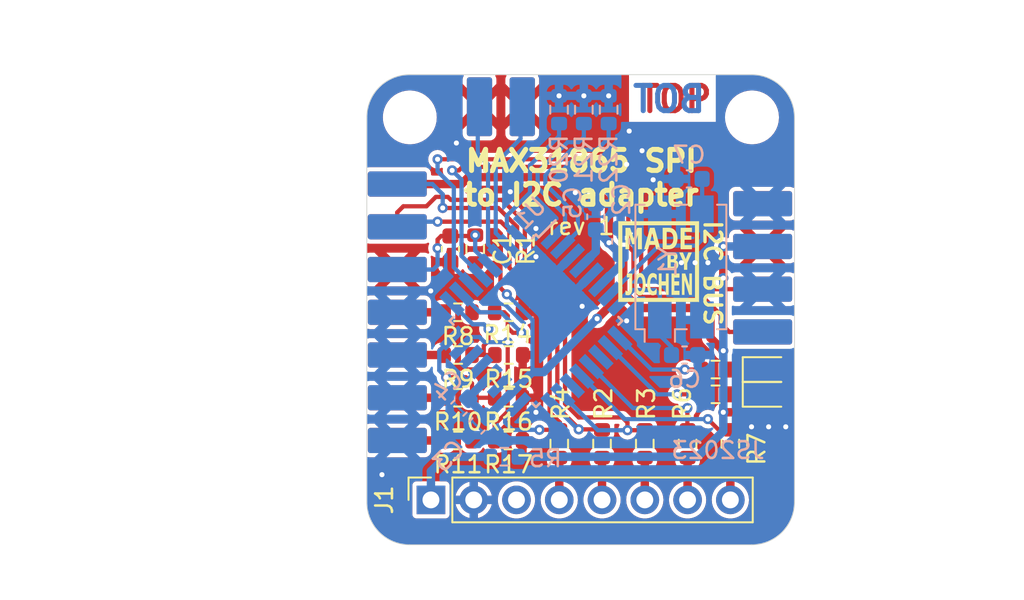
<source format=kicad_pcb>
(kicad_pcb (version 20221018) (generator pcbnew)
  (title_block (title "MAX31865 SPI to I2C bridge") (rev "2") (comment 4 "AISLER Project ID: IYFKSMYY"))
  (layers (0 "F.Cu" signal) (31 "B.Cu" signal) (34 "B.Paste" user) (35 "F.Paste" user) (36 "B.SilkS" user "B.Silkscreen") (37 "F.SilkS" user "F.Silkscreen") (38 "B.Mask" user) (39 "F.Mask" user) (44 "Edge.Cuts" user))
  (property "REVISION" "1")
  (net 0 "")
  (net 1 "GND")
  (net 2 "/VIN")
  (net 3 "/3V3")
  (net 4 "/CLK")
  (net 5 "/SDO")
  (net 6 "/SDI")
  (net 7 "/CS")
  (net 8 "/DRDY")
  (net 9 "Net-(J4-Pin_1)")
  (net 10 "+5V")
  (net 11 "Net-(J4-Pin_3)")
  (net 12 "Net-(J4-Pin_5)")
  (net 13 "Net-(J4-Pin_7)")
  (net 14 "/M_CS")
  (net 15 "/M_DRDY")
  (net 18 "/MISO")
  (net 19 "/SCK")
  (net 20 "/MOSI")
  (net 21 "/~{RESET}")
  (net 22 "/SCL")
  (net 23 "/SDA")
  (net 24 "/SS")
  (net 25 "/RXD")
  (net 26 "/TXD")
  (net 27 "Net-(U1-XTAL1{slash}PB6)")
  (net 28 "Net-(U1-XTAL2{slash}PB7)")
  (net 31 "/GPIO0")
  (net 32 "/GPIO1")
  (net 33 "/GPIO2")
  (net 34 "/GPIO3")
  (net 36 "Net-(D1-K)")
  (net 37 "Net-(D2-K)")
  (net 38 "/LED0")
  (net 39 "/LED1")
  (net 40 "/ADDR0")
  (net 41 "/ADDR1")
  (net 42 "/ADDR2")
  (footprint "LED_SMD:LED_0603_1608Metric" (layer "F.Cu") (at 159.6136 108.5596)
    (fp_text reference "D1" hide)
    (fp_text value "LED yl")
    (pad "1" smd roundrect (at -0.7875 0) (size 0.875 0.95) (layers "F.Cu" "F.Paste" "F.Mask") (net 36 "Net-(D1-K)"))
    (pad "2" smd roundrect (at 0.7875 0) (size 0.875 0.95) (layers "F.Cu" "F.Paste" "F.Mask") (net 10 "+5V"))
  )
  (footprint "Resistor_SMD:R_0603_1608Metric" (layer "F.Cu") (at 141.224 110.236 180)
    (fp_text reference "R10" (at 0 -1.43) (layer "F.SilkS"))
    (fp_text value "0")
    (pad "1" smd roundrect (at -0.825 0 180) (size 0.8 0.95) (layers "F.Cu" "F.Paste" "F.Mask") (net 32 "/GPIO1"))
    (pad "2" smd roundrect (at 0.825 0 180) (size 0.8 0.95) (layers "F.Cu" "F.Paste" "F.Mask") (net 11 "Net-(J4-Pin_3)"))
  )
  (footprint "Resistor_SMD:R_0603_1608Metric" (layer "F.Cu") (at 142.24 101.3968 90)
    (fp_text reference "R1" (at 0 3.0124 90) (layer "F.SilkS"))
    (fp_text value "10k")
    (pad "1" smd roundrect (at -0.825 0 90) (size 0.8 0.95) (layers "F.Cu" "F.Paste" "F.Mask") (net 10 "+5V"))
    (pad "2" smd roundrect (at 0.825 0 90) (size 0.8 0.95) (layers "F.Cu" "F.Paste" "F.Mask") (net 21 "/~{RESET}"))
  )
  (footprint "Resistor_SMD:R_0603_1608Metric" (layer "F.Cu") (at 154.8511 112.967 -90)
    (fp_text reference "R6" (at -2.3754 0.3175 90) (layer "F.SilkS"))
    (fp_text value "0")
    (pad "1" smd roundrect (at -0.825 0 270) (size 0.8 0.95) (layers "F.Cu" "F.Paste" "F.Mask") (net 14 "/M_CS"))
    (pad "2" smd roundrect (at 0.825 0 270) (size 0.8 0.95) (layers "F.Cu" "F.Paste" "F.Mask") (net 7 "/CS"))
  )
  (footprint "Resistor_SMD:R_0603_1608Metric" (layer "F.Cu") (at 147.2311 112.967 -90)
    (fp_text reference "R4" (at -2.3754 -0.0889 90) (layer "F.SilkS"))
    (fp_text value "0")
    (pad "1" smd roundrect (at -0.825 0 270) (size 0.8 0.95) (layers "F.Cu" "F.Paste" "F.Mask") (net 19 "/SCK"))
    (pad "2" smd roundrect (at 0.825 0 270) (size 0.8 0.95) (layers "F.Cu" "F.Paste" "F.Mask") (net 4 "/CLK"))
  )
  (footprint "PinHeaderEdgeMount:PinHeader_2x03_P2.54mm_Edge" (layer "F.Cu") (at 135.7114 100.076)
    (fp_text reference "J2" hide)
    (fp_text value "AVR-ISP-6" hide)
    (pad "1" smd roundrect (at 1.9 -2.54) (size 3.5 1.5) (layers "B.Cu" "B.Paste" "B.Mask") (roundrect_rratio 0.1) (net 18 "/MISO"))
    (pad "2" smd roundrect (at 1.9 -2.54) (size 3.5 1.5) (layers "F.Cu" "F.Paste" "F.Mask") (roundrect_rratio 0.1) (net 10 "+5V"))
    (pad "3" smd roundrect (at 1.9 0) (size 3.5 1.5) (layers "B.Cu" "B.Paste" "B.Mask") (roundrect_rratio 0.1) (net 19 "/SCK"))
    (pad "4" smd roundrect (at 1.9 0) (size 3.5 1.5) (layers "F.Cu" "F.Paste" "F.Mask") (roundrect_rratio 0.1) (net 20 "/MOSI"))
    (pad "5" smd roundrect (at 1.9 2.54) (size 3.5 1.5) (layers "B.Cu" "B.Paste" "B.Mask") (roundrect_rratio 0.1) (net 21 "/~{RESET}"))
    (pad "6" smd roundrect (at 1.9 2.54) (size 3.5 1.5) (layers "F.Cu" "F.Paste" "F.Mask") (roundrect_rratio 0.1) (net 1 "GND"))
  )
  (footprint "Resistor_SMD:R_0603_1608Metric" (layer "F.Cu") (at 141.224 112.776 180)
    (fp_text reference "R11" (at 0 -1.43) (layer "F.SilkS"))
    (fp_text value "0")
    (pad "1" smd roundrect (at -0.825 0 180) (size 0.8 0.95) (layers "F.Cu" "F.Paste" "F.Mask") (net 34 "/GPIO3"))
    (pad "2" smd roundrect (at 0.825 0 180) (size 0.8 0.95) (layers "F.Cu" "F.Paste" "F.Mask") (net 9 "Net-(J4-Pin_1)"))
  )
  (footprint "Connector_PinSocket_2.54mm:PinSocket_1x08_P2.54mm_Vertical" (layer "F.Cu") (at 139.6111 116.3066 90)
    (fp_text reference "J1" (at 0 -2.77 90) (layer "F.SilkS"))
    (fp_text value "Conn_01x08" hide)
    (pad "1" thru_hole rect locked (at 0 0 90) (size 1.7 1.7) (drill 1) (layers "*.Cu" "*.Mask") (net 2 "/VIN"))
    (pad "2" thru_hole oval locked (at 0 2.54 90) (size 1.7 1.7) (drill 1) (layers "*.Cu" "*.Mask") (net 1 "GND"))
    (pad "3" thru_hole oval locked (at 0 5.08 90) (size 1.7 1.7) (drill 1) (layers "*.Cu" "*.Mask") (net 3 "/3V3"))
    (pad "4" thru_hole oval locked (at 0 7.62 90) (size 1.7 1.7) (drill 1) (layers "*.Cu" "*.Mask") (net 4 "/CLK"))
    (pad "5" thru_hole oval locked (at 0 10.16 90) (size 1.7 1.7) (drill 1) (layers "*.Cu" "*.Mask") (net 5 "/SDO"))
    (pad "6" thru_hole oval locked (at 0 12.7 90) (size 1.7 1.7) (drill 1) (layers "*.Cu" "*.Mask") (net 6 "/SDI"))
    (pad "7" thru_hole oval locked (at 0 15.24 90) (size 1.7 1.7) (drill 1) (layers "*.Cu" "*.Mask") (net 7 "/CS"))
    (pad "8" thru_hole oval locked (at 0 17.78 90) (size 1.7 1.7) (drill 1) (layers "*.Cu" "*.Mask") (net 8 "/DRDY"))
  )
  (footprint "Resistor_SMD:R_0603_1608Metric" (layer "F.Cu") (at 152.3111 112.967 -90)
    (fp_text reference "R3" (at -2.3754 -0.0889 90) (layer "F.SilkS"))
    (fp_text value "0")
    (pad "1" smd roundrect (at -0.825 0 270) (size 0.8 0.95) (layers "F.Cu" "F.Paste" "F.Mask") (net 20 "/MOSI"))
    (pad "2" smd roundrect (at 0.825 0 270) (size 0.8 0.95) (layers "F.Cu" "F.Paste" "F.Mask") (net 6 "/SDI"))
  )
  (footprint "MountingHole:MountingHole_2.7mm" (layer "F.Cu") (at 138.3571 93.5736)
    (fp_text reference "H2" hide)
    (fp_text value "MountingHole" hide)
    (pad "" np_thru_hole circle locked (at 0 0) (size 2.7 2.7) (drill 2.7) (layers "*.Cu" "*.Mask"))
  )
  (footprint "Resistor_SMD:R_0603_1608Metric" (layer "F.Cu") (at 144.2212 112.776 180)
    (fp_text reference "R17" (at 0 -1.43) (layer "F.SilkS"))
    (fp_text value "~")
    (pad "1" smd roundrect (at -0.825 0 180) (size 0.8 0.95) (layers "F.Cu" "F.Paste" "F.Mask") (net 1 "GND"))
    (pad "2" smd roundrect (at 0.825 0 180) (size 0.8 0.95) (layers "F.Cu" "F.Paste" "F.Mask") (net 34 "/GPIO3"))
  )
  (footprint "MountingHole:MountingHole_2.7mm" (layer "F.Cu") (at 158.6771 93.5736)
    (fp_text reference "H1" hide)
    (fp_text value "MountingHole" hide)
    (pad "" np_thru_hole circle locked (at 0 0) (size 2.7 2.7) (drill 2.7) (layers "*.Cu" "*.Mask"))
  )
  (footprint "Resistor_SMD:R_0603_1608Metric" (layer "F.Cu") (at 156.5148 108.5596 180)
    (fp_text reference "R13" hide)
    (fp_text value "2k2")
    (pad "1" smd roundrect (at -0.825 0 180) (size 0.8 0.95) (layers "F.Cu" "F.Paste" "F.Mask") (net 36 "Net-(D1-K)"))
    (pad "2" smd roundrect (at 0.825 0 180) (size 0.8 0.95) (layers "F.Cu" "F.Paste" "F.Mask") (net 38 "/LED0"))
  )
  (footprint "Capacitor_SMD:C_0603_1608Metric" (layer "F.Cu") (at 140.7668 101.3968 -90)
    (fp_text reference "C1" (at 0 -3.0988 90) (layer "F.SilkS"))
    (fp_text value "100n")
    (pad "1" smd roundrect (at -0.775 0 270) (size 0.9 0.95) (layers "F.Cu" "F.Paste" "F.Mask") (net 21 "/~{RESET}"))
    (pad "2" smd roundrect (at 0.775 0 270) (size 0.9 0.95) (layers "F.Cu" "F.Paste" "F.Mask") (net 1 "GND"))
  )
  (footprint "Resistor_SMD:R_0603_1608Metric" (layer "F.Cu") (at 144.2334 107.696 180)
    (fp_text reference "R15" (at 0 -1.43) (layer "F.SilkS"))
    (fp_text value "~")
    (pad "1" smd roundrect (at -0.825 0 180) (size 0.8 0.95) (layers "F.Cu" "F.Paste" "F.Mask") (net 1 "GND"))
    (pad "2" smd roundrect (at 0.825 0 180) (size 0.8 0.95) (layers "F.Cu" "F.Paste" "F.Mask") (net 33 "/GPIO2"))
  )
  (footprint "Resistor_SMD:R_0603_1608Metric" (layer "F.Cu") (at 144.2212 105.156 180)
    (fp_text reference "R14" (at 0.0508 -1.3208) (layer "F.SilkS"))
    (fp_text value "~")
    (pad "1" smd roundrect (at -0.825 0 180) (size 0.8 0.95) (layers "F.Cu" "F.Paste" "F.Mask") (net 1 "GND"))
    (pad "2" smd roundrect (at 0.825 0 180) (size 0.8 0.95) (layers "F.Cu" "F.Paste" "F.Mask") (net 31 "/GPIO0"))
  )
  (footprint "MadeByJochen:MadeByJochen_5x5" (layer "F.Cu") (at 153.162 102.2096)
    (fp_text reference "G***" hide)
    (fp_text value "LOGO" hide)
  )
  (footprint "LED_SMD:LED_0603_1608Metric" (layer "F.Cu") (at 159.6136 110.0328)
    (fp_text reference "D2" hide)
    (fp_text value "LED gn")
    (pad "1" smd roundrect (at -0.7875 0) (size 0.875 0.95) (layers "F.Cu" "F.Paste" "F.Mask") (net 37 "Net-(D2-K)"))
    (pad "2" smd roundrect (at 0.7875 0) (size 0.875 0.95) (layers "F.Cu" "F.Paste" "F.Mask") (net 10 "+5V"))
  )
  (footprint "Resistor_SMD:R_0603_1608Metric" (layer "F.Cu") (at 157.3911 112.967 -90)
    (fp_text reference "R7" (at 0.317 -1.5621 90) (layer "F.SilkS"))
    (fp_text value "0")
    (pad "1" smd roundrect (at -0.825 0 270) (size 0.8 0.95) (layers "F.Cu" "F.Paste" "F.Mask") (net 15 "/M_DRDY"))
    (pad "2" smd roundrect (at 0.825 0 270) (size 0.8 0.95) (layers "F.Cu" "F.Paste" "F.Mask") (net 8 "/DRDY"))
  )
  (footprint "Resistor_SMD:R_0603_1608Metric" (layer "F.Cu") (at 156.5148 110.0328 180)
    (fp_text reference "R12" hide)
    (fp_text value "2k2")
    (pad "1" smd roundrect (at -0.825 0 180) (size 0.8 0.95) (layers "F.Cu" "F.Paste" "F.Mask") (net 37 "Net-(D2-K)"))
    (pad "2" smd roundrect (at 0.825 0 180) (size 0.8 0.95) (layers "F.Cu" "F.Paste" "F.Mask") (net 39 "/LED1"))
  )
  (footprint "Resistor_SMD:R_0603_1608Metric" (layer "F.Cu") (at 149.7711 112.967 -90)
    (fp_text reference "R2" (at -2.3754 -0.0889 90) (layer "F.SilkS"))
    (fp_text value "0")
    (pad "1" smd roundrect (at -0.825 0 270) (size 0.8 0.95) (layers "F.Cu" "F.Paste" "F.Mask") (net 18 "/MISO"))
    (pad "2" smd roundrect (at 0.825 0 270) (size 0.8 0.95) (layers "F.Cu" "F.Paste" "F.Mask") (net 5 "/SDO"))
  )
  (footprint "Resistor_SMD:R_0603_1608Metric" (layer "F.Cu") (at 141.224 107.696 180)
    (fp_text reference "R9" (at 0 -1.43) (layer "F.SilkS"))
    (fp_text value "0")
    (pad "1" smd roundrect (at -0.825 0 180) (size 0.8 0.95) (layers "F.Cu" "F.Paste" "F.Mask") (net 33 "/GPIO2"))
    (pad "2" smd roundrect (at 0.825 0 180) (size 0.8 0.95) (layers "F.Cu" "F.Paste" "F.Mask") (net 12 "Net-(J4-Pin_5)"))
  )
  (footprint "Resistor_SMD:R_0603_1608Metric" (layer "F.Cu") (at 141.224 105.156 180)
    (fp_text reference "R8" (at 0 -1.43) (layer "F.SilkS"))
    (fp_text value "0")
    (pad "1" smd roundrect (at -0.825 0 180) (size 0.8 0.95) (layers "F.Cu" "F.Paste" "F.Mask") (net 31 "/GPIO0"))
    (pad "2" smd roundrect (at 0.825 0 180) (size 0.8 0.95) (layers "F.Cu" "F.Paste" "F.Mask") (net 13 "Net-(J4-Pin_7)"))
  )
  (footprint "PinHeaderEdgeMount:PinHeader_2x04_P2.54mm_Edge" (layer "F.Cu") (at 161.2146 102.5144 180)
    (fp_text reference "J3" hide)
    (fp_text value "Conn_02x04_Odd_Even" hide)
    (pad "1" smd roundrect (at 1.905 -3.81 180) (size 3.5 1.5) (layers "B.Cu" "B.Paste" "B.Mask") (roundrect_rratio 0.1))
    (pad "2" smd roundrect (at 1.905 -3.81 180) (size 3.5 1.5) (layers "F.Cu" "F.Paste" "F.Mask") (roundrect_rratio 0.1) (net 22 "/SCL"))
    (pad "3" smd roundrect (at 1.905 -1.27 180) (size 3.5 1.5) (layers "B.Cu" "B.Paste" "B.Mask") (roundrect_rratio 0.1) (net 1 "GND"))
    (pad "4" smd roundrect (at 1.905 -1.27 180) (size 3.5 1.5) (layers "F.Cu" "F.Paste" "F.Mask") (roundrect_rratio 0.1) (net 23 "/SDA"))
    (pad "5" smd roundrect (at 1.905 1.27 180) (size 3.5 1.5) (layers "B.Cu" "B.Paste" "B.Mask") (roundrect_rratio 0.1) (net 10 "+5V"))
    (pad "6" smd roundrect (at 1.905 1.27 180) (size 3.5 1.5) (layers "F.Cu" "F.Paste" "F.Mask") (roundrect_rratio 0.1) (net 1 "GND"))
    (pad "7" smd roundrect (at 1.905 3.81 180) (size 3.5 1.5) (layers "B.Cu" "B.Paste" "B.Mask") (roundrect_rratio 0.1) (net 1 "GND"))
    (pad "8" smd roundrect (at 1.905 3.81 180) (size 3.5 1.5) (layers "F.Cu" "F.Paste" "F.Mask") (roundrect_rratio 0.1))
  )
  (footprint "PinHeaderEdgeMount:PinHeader_2x02_P2.54mm_Edge" (layer "F.Cu") (at 143.764 91.0336 -90)
    (fp_text reference "J5" hide)
    (fp_text value "Conn_02x02_Odd_Even" hide)
    (pad "1" smd roundrect (at 1.905 -1.27 270) (size 3.5 1.5) (layers "B.Cu" "B.Paste" "B.Mask") (roundrect_rratio 0.1) (net 26 "/TXD"))
    (pad "2" smd roundrect (at 1.905 -1.27 270) (size 3.5 1.5) (layers "F.Cu" "F.Paste" "F.Mask") (roundrect_rratio 0.1) (net 1 "GND"))
    (pad "3" smd roundrect (at 1.905 1.27 270) (size 3.5 1.5) (layers "B.Cu" "B.Paste" "B.Mask") (roundrect_rratio 0.1) (net 25 "/RXD"))
    (pad "4" smd roundrect (at 1.905 1.27 270) (size 3.5 1.5) (layers "F.Cu" "F.Paste" "F.Mask") (roundrect_rratio 0.1) (net 1 "GND"))
  )
  (footprint "Resistor_SMD:R_0603_1608Metric" (layer "F.Cu") (at 144.2212 110.236 180)
    (fp_text reference "R16" (at 0 -1.43) (layer "F.SilkS"))
    (fp_text value "~")
    (pad "1" smd roundrect (at -0.825 0 180) (size 0.8 0.95) (layers "F.Cu" "F.Paste" "F.Mask") (net 1 "GND"))
    (pad "2" smd roundrect (at 0.825 0 180) (size 0.8 0.95) (layers "F.Cu" "F.Paste" "F.Mask") (net 32 "/GPIO1"))
  )
  (footprint "Capacitor_SMD:C_0603_1608Metric" (layer "B.Cu") (at 154.673 107.696)
    (fp_text reference "C6" (at 0 1.43) (layer "B.SilkS") (effects (justify mirror)))
    (fp_text value "22p")
    (pad "1" smd roundrect (at -0.775 0) (size 0.9 0.95) (layers "B.Cu" "B.Paste" "B.Mask") (net 28 "Net-(U1-XTAL2{slash}PB7)"))
    (pad "2" smd roundrect (at 0.775 0) (size 0.9 0.95) (layers "B.Cu" "B.Paste" "B.Mask") (net 1 "GND"))
  )
  (footprint "Capacitor_SMD:C_0603_1608Metric" (layer "B.Cu") (at 142.3416 111.9124 -135)
    (fp_text reference "C3" (at 2.44263 -0.071842 45) (layer "B.SilkS") (effects (justify mirror)))
    (fp_text value "100n")
    (pad "1" smd roundrect (at -0.775 0 225) (size 0.9 0.95) (layers "B.Cu" "B.Paste" "B.Mask") (net 10 "+5V"))
    (pad "2" smd roundrect (at 0.775 0 225) (size 0.9 0.95) (layers "B.Cu" "B.Paste" "B.Mask") (net 1 "GND"))
  )
  (footprint "Resistor_SMD:R_0603_1608Metric" (layer "B.Cu") (at 147.2184 93.1164 -90)
    (fp_text reference "R20" (at 2.9464 0 90) (layer "B.SilkS") (effects (justify mirror)))
    (fp_text value "~")
    (pad "1" smd roundrect (at -0.825 0 270) (size 0.8 0.95) (layers "B.Cu" "B.Paste" "B.Mask") (net 1 "GND"))
    (pad "2" smd roundrect (at 0.825 0 270) (size 0.8 0.95) (layers "B.Cu" "B.Paste" "B.Mask") (net 40 "/ADDR0"))
  )
  (footprint "Capacitor_SMD:C_0603_1608Metric" (layer "B.Cu") (at 154.94 97.2312 180)
    (fp_text reference "C7" (at 0 1.43) (layer "B.SilkS") (effects (justify mirror)))
    (fp_text value "22p")
    (pad "1" smd roundrect (at -0.775 0 180) (size 0.9 0.95) (layers "B.Cu" "B.Paste" "B.Mask") (net 27 "Net-(U1-XTAL1{slash}PB6)"))
    (pad "2" smd roundrect (at 0.775 0 180) (size 0.9 0.95) (layers "B.Cu" "B.Paste" "B.Mask") (net 1 "GND"))
  )
  (footprint "Capacitor_SMD:C_0603_1608Metric" (layer "B.Cu") (at 141.2748 110.8456 -135)
    (fp_text reference "C4" (at -0.466973 1.40092 45) (layer "B.SilkS") (effects (justify mirror)))
    (fp_text value "100n")
    (pad "1" smd roundrect (at -0.775 0 225) (size 0.9 0.95) (layers "B.Cu" "B.Paste" "B.Mask") (net 10 "+5V"))
    (pad "2" smd roundrect (at 0.775 0 225) (size 0.9 0.95) (layers "B.Cu" "B.Paste" "B.Mask") (net 1 "GND"))
  )
  (footprint "Package_QFP:TQFP-32_7x7mm_P0.8mm" (layer "B.Cu") (at 145.8468 105.664 -135)
    (fp_text reference "U1" (at -4.274602 4.777496 -315) (layer "B.SilkS") (effects (justify mirror)))
    (fp_text value "ATmega48A-A")
    (pad "1" smd rect (at -4.25 2.8 225) (size 1.6 0.55) (layers "B.Cu" "B.Paste" "B.Mask") (net 41 "/ADDR1"))
    (pad "2" smd rect (at -4.25 2 225) (size 1.6 0.55) (layers "B.Cu" "B.Paste" "B.Mask") (net 42 "/ADDR2"))
    (pad "3" smd rect (at -4.25 1.2 225) (size 1.6 0.55) (layers "B.Cu" "B.Paste" "B.Mask") (net 1 "GND"))
    (pad "4" smd rect (at -4.25 0.4 225) (size 1.6 0.55) (layers "B.Cu" "B.Paste" "B.Mask") (net 10 "+5V"))
    (pad "5" smd rect (at -4.25 -0.4 225) (size 1.6 0.55) (layers "B.Cu" "B.Paste" "B.Mask") (net 1 "GND"))
    (pad "6" smd rect (at -4.25 -1.2 225) (size 1.6 0.55) (layers "B.Cu" "B.Paste" "B.Mask") (net 10 "+5V"))
    (pad "7" smd rect (at -4.25 -2 225) (size 1.6 0.55) (layers "B.Cu" "B.Paste" "B.Mask") (net 27 "Net-(U1-XTAL1{slash}PB6)"))
    (pad "8" smd rect (at -4.25 -2.8 225) (size 1.6 0.55) (layers "B.Cu" "B.Paste" "B.Mask") (net 28 "Net-(U1-XTAL2{slash}PB7)"))
    (pad "9" smd rect (at -2.8 -4.25 135) (size 1.6 0.55) (layers "B.Cu" "B.Paste" "B.Mask") (net 38 "/LED0"))
    (pad "10" smd rect (at -2 -4.25 135) (size 1.6 0.55) (layers "B.Cu" "B.Paste" "B.Mask") (net 39 "/LED1"))
    (pad "11" smd rect (at -1.2 -4.25 135) (size 1.6 0.55) (layers "B.Cu" "B.Paste" "B.Mask"))
    (pad "12" smd rect (at -0.4 -4.25 135) (size 1.6 0.55) (layers "B.Cu" "B.Paste" "B.Mask") (net 14 "/M_CS"))
    (pad "13" smd rect (at 0.4 -4.25 135) (size 1.6 0.55) (layers "B.Cu" "B.Paste" "B.Mask") (net 15 "/M_DRDY"))
    (pad "14" smd rect (at 1.2 -4.25 135) (size 1.6 0.55) (layers "B.Cu" "B.Paste" "B.Mask") (net 24 "/SS"))
    (pad "15" smd rect (at 2 -4.25 135) (size 1.6 0.55) (layers "B.Cu" "B.Paste" "B.Mask") (net 20 "/MOSI"))
    (pad "16" smd rect (at 2.8 -4.25 135) (size 1.6 0.55) (layers "B.Cu" "B.Paste" "B.Mask") (net 18 "/MISO"))
    (pad "17" smd rect (at 4.25 -2.8 225) (size 1.6 0.55) (layers "B.Cu" "B.Paste" "B.Mask") (net 19 "/SCK"))
    (pad "18" smd rect (at 4.25 -2 225) (size 1.6 0.55) (layers "B.Cu" "B.Paste" "B.Mask") (net 10 "+5V"))
    (pad "19" smd rect (at 4.25 -1.2 225) (size 1.6 0.55) (layers "B.Cu" "B.Paste" "B.Mask"))
    (pad "20" smd rect (at 4.25 -0.4 225) (size 1.6 0.55) (layers "B.Cu" "B.Paste" "B.Mask") (net 10 "+5V"))
    (pad "21" smd rect (at 4.25 0.4 225) (size 1.6 0.55) (layers "B.Cu" "B.Paste" "B.Mask") (net 1 "GND"))
    (pad "22" smd rect (at 4.25 1.2 225) (size 1.6 0.55) (layers "B.Cu" "B.Paste" "B.Mask"))
    (pad "23" smd rect (at 4.25 2 225) (size 1.6 0.55) (layers "B.Cu" "B.Paste" "B.Mask") (net 34 "/GPIO3"))
    (pad "24" smd rect (at 4.25 2.8 225) (size 1.6 0.55) (layers "B.Cu" "B.Paste" "B.Mask") (net 32 "/GPIO1"))
    (pad "25" smd rect (at 2.8 4.25 135) (size 1.6 0.55) (layers "B.Cu" "B.Paste" "B.Mask") (net 33 "/GPIO2"))
    (pad "26" smd rect (at 2 4.25 135) (size 1.6 0.55) (layers "B.Cu" "B.Paste" "B.Mask") (net 31 "/GPIO0"))
    (pad "27" smd rect (at 1.2 4.25 135) (size 1.6 0.55) (layers "B.Cu" "B.Paste" "B.Mask") (net 23 "/SDA"))
    (pad "28" smd rect (at 0.4 4.25 135) (size 1.6 0.55) (layers "B.Cu" "B.Paste" "B.Mask") (net 22 "/SCL"))
    (pad "29" smd rect (at -0.4 4.25 135) (size 1.6 0.55) (layers "B.Cu" "B.Paste" "B.Mask") (net 21 "/~{RESET}"))
    (pad "30" smd rect (at -1.2 4.25 135) (size 1.6 0.55) (layers "B.Cu" "B.Paste" "B.Mask") (net 25 "/RXD"))
    (pad "31" smd rect (at -2 4.25 135) (size 1.6 0.55) (layers "B.Cu" "B.Paste" "B.Mask") (net 26 "/TXD"))
    (pad "32" smd rect (at -2.8 4.25 135) (size 1.6 0.55) (layers "B.Cu" "B.Paste" "B.Mask") (net 40 "/ADDR0"))
  )
  (footprint "Resistor_SMD:R_0603_1608Metric" (layer "B.Cu") (at 143.9672 113.7412 180)
    (fp_text reference "R5" (at -2.4384 -0.1016) (layer "B.SilkS") (effects (justify mirror)))
    (fp_text value "0")
    (pad "1" smd roundrect (at -0.825 0 180) (size 0.8 0.95) (layers "B.Cu" "B.Paste" "B.Mask") (net 10 "+5V"))
    (pad "2" smd roundrect (at 0.825 0 180) (size 0.8 0.95) (layers "B.Cu" "B.Paste" "B.Mask") (net 2 "/VIN"))
  )
  (footprint "PinHeaderEdgeMount:PinHeader_2x04_P2.54mm_Edge" (layer "B.Cu") (at 135.7114 108.966)
    (fp_text reference "J4" hide)
    (fp_text value "Conn_02x04_Odd_Even" hide)
    (pad "1" smd roundrect (at 1.905 3.81) (size 3.5 1.5) (layers "F.Cu" "F.Paste" "F.Mask") (roundrect_rratio 0.1) (net 9 "Net-(J4-Pin_1)"))
    (pad "2" smd roundrect (at 1.905 3.81) (size 3.5 1.5) (layers "B.Cu" "B.Paste" "B.Mask") (roundrect_rratio 0.1) (net 1 "GND"))
    (pad "3" smd roundrect (at 1.905 1.27) (size 3.5 1.5) (layers "F.Cu" "F.Paste" "F.Mask") (roundrect_rratio 0.1) (net 11 "Net-(J4-Pin_3)"))
    (pad "4" smd roundrect (at 1.905 1.27) (size 3.5 1.5) (layers "B.Cu" "B.Paste" "B.Mask") (roundrect_rratio 0.1) (net 1 "GND"))
    (pad "5" smd roundrect (at 1.905 -1.27) (size 3.5 1.5) (layers "F.Cu" "F.Paste" "F.Mask") (roundrect_rratio 0.1) (net 12 "Net-(J4-Pin_5)"))
    (pad "6" smd roundrect (at 1.905 -1.27) (size 3.5 1.5) (layers "B.Cu" "B.Paste" "B.Mask") (roundrect_rratio 0.1) (net 1 "GND"))
    (pad "7" smd roundrect (at 1.905 -3.81) (size 3.5 1.5) (layers "F.Cu" "F.Paste" "F.Mask") (roundrect_rratio 0.1) (net 13 "Net-(J4-Pin_7)"))
    (pad "8" smd roundrect (at 1.905 -3.81) (size 3.5 1.5) (layers "B.Cu" "B.Paste" "B.Mask") (roundrect_rratio 0.1) (net 1 "GND"))
  )
  (footprint "Resistor_SMD:R_0603_1608Metric" (layer "B.Cu") (at 148.6916 93.1164 90)
    (fp_text reference "R21" (at -2.9464 0 90) (layer "B.SilkS") (effects (justify mirror)))
    (fp_text value "~")
    (pad "1" smd roundrect (at -0.825 0 90) (size 0.8 0.95) (layers "B.Cu" "B.Paste" "B.Mask") (net 41 "/ADDR1"))
    (pad "2" smd roundrect (at 0.825 0 90) (size 0.8 0.95) (layers "B.Cu" "B.Paste" "B.Mask") (net 1 "GND"))
  )
  (footprint "Crystal:Crystal_SMD_EuroQuartz_MQ-4Pin_7.0x5.0mm" (layer "B.Cu") (at 154.452 102.4632 90)
    (fp_text reference "Y1" (at 0.3044 -0.782 90) (layer "B.SilkS") (effects (justify mirror)))
    (fp_text value "16MHz")
    (pad "1" smd rect (at -3.15 -1.25 90) (size 2.2 1.4) (layers "B.Cu" "B.Paste" "B.Mask") (net 28 "Net-(U1-XTAL2{slash}PB7)"))
    (pad "2" smd rect (at 3.15 -1.25 90) (size 2.2 1.4) (layers "B.Cu" "B.Paste" "B.Mask") (net 1 "GND"))
    (pad "3" smd rect (at 3.15 1.25 90) (size 2.2 1.4) (layers "B.Cu" "B.Paste" "B.Mask") (net 27 "Net-(U1-XTAL1{slash}PB6)"))
    (pad "4" smd rect (at -3.15 1.25 90) (size 2.2 1.4) (layers "B.Cu" "B.Paste" "B.Mask") (net 1 "GND"))
  )
  (footprint "Capacitor_SMD:C_0603_1608Metric" (layer "B.Cu") (at 149.4028 99.4794 90)
    (fp_text reference "C5" (at 0.8258 -1.3716 90) (layer "B.SilkS") (effects (justify mirror)))
    (fp_text value "100n")
    (pad "1" smd roundrect (at -0.775 0 90) (size 0.9 0.95) (layers "B.Cu" "B.Paste" "B.Mask") (net 10 "+5V"))
    (pad "2" smd roundrect (at 0.775 0 90) (size 0.9 0.95) (layers "B.Cu" "B.Paste" "B.Mask") (net 1 "GND"))
  )
  (footprint "Capacitor_SMD:C_0603_1608Metric" (layer "B.Cu") (at 150.876 100.9396 90)
    (fp_text reference "C2" (at 2.4892 0.0508 90) (layer "B.SilkS") (effects (justify mirror)))
    (fp_text value "100n")
    (pad "1" smd roundrect (at -0.775 0 90) (size 0.9 0.95) (layers "B.Cu" "B.Paste" "B.Mask") (net 10 "+5V"))
    (pad "2" smd roundrect (at 0.775 0 90) (size 0.9 0.95) (layers "B.Cu" "B.Paste" "B.Mask") (net 1 "GND"))
  )
  (footprint "Resistor_SMD:R_0603_1608Metric" (layer "B.Cu") (at 150.1648 93.1164 90)
    (fp_text reference "R22" (at -2.9464 0 90) (layer "B.SilkS") (effects (justify mirror)))
    (fp_text value "~")
    (pad "1" smd roundrect (at -0.825 0 90) (size 0.8 0.95) (layers "B.Cu" "B.Paste" "B.Mask") (net 42 "/ADDR2"))
    (pad "2" smd roundrect (at 0.825 0 90) (size 0.8 0.95) (layers "B.Cu" "B.Paste" "B.Mask") (net 1 "GND"))
  )
  (gr_line (start 161.2011 116.4336) (end 161.2011 93.5736) (stroke (width 0.05)) (layer "Edge.Cuts"))
  (gr_arc (start 138.3411 118.9736) (mid 136.545049 118.229651) (end 135.8011 116.4336) (stroke (width 0.05)) (layer "Edge.Cuts"))
  (gr_line (start 135.8011 93.5736) (end 135.8011 116.4336) (stroke (width 0.05)) (layer "Edge.Cuts"))
  (gr_arc (start 158.6611 91.0336) (mid 160.457151 91.777549) (end 161.2011 93.5736) (stroke (width 0.05)) (layer "Edge.Cuts"))
  (gr_line (start 138.3411 118.9736) (end 158.6611 118.9736) (stroke (width 0.05)) (layer "Edge.Cuts"))
  (gr_line (start 158.6611 91.0336) (end 138.3411 91.0336) (stroke (width 0.05)) (layer "Edge.Cuts"))
  (gr_arc (start 135.8011 93.5736) (mid 136.545049 91.777549) (end 138.3411 91.0336) (stroke (width 0.05)) (layer "Edge.Cuts"))
  (gr_arc (start 161.2011 116.4336) (mid 160.457151 118.229651) (end 158.6611 118.9736) (stroke (width 0.05)) (layer "Edge.Cuts"))
  (gr_text "TOP" (at 151.8412 93.3704) (layer "F.Cu") (effects (font (size 1.5 1.5) (thickness 0.3) bold) (justify left bottom)))
  (gr_text "BOT" (at 156.0576 93.3704) (layer "B.Cu") (effects (font (size 1.5 1.5) (thickness 0.3) bold) (justify left bottom mirror)))
  (gr_text "JS2023" (at 159.512 113.9444) (layer "B.SilkS") (effects (font (size 1 1)) (justify left bottom mirror)))
  (gr_text "MAX31865 SPI\nto I2C adapter" (at 148.5392 98.9076) (layer "F.SilkS") (effects (font (size 1.25 1.25) (thickness 0.3) bold) (justify bottom)))
  (gr_text "I2C BUS" (at 155.7528 102.8192 270) (layer "F.SilkS") (effects (font (size 1 1) (thickness 0.2) bold) (justify bottom)))
  (gr_text "rev ${REVISION}" (at 146.4564 100.6348) (layer "F.SilkS") (effects (font (size 1 1)) (justify left bottom)))
  (via (at 145.8468 111.0996) (size 0.6) (drill 0.3) (layers "F.Cu" "B.Cu") (net 1))
  (via (at 152.146 95.5548) (size 0.6) (drill 0.3) (layers "F.Cu" "B.Cu") (net 1))
  (via (at 154.4828 102.2096) (size 0.6) (drill 0.3) (layers "F.Cu" "B.Cu") (net 1))
  (via (at 160.6804 111.9632) (size 0.6) (drill 0.3) (layers "F.Cu" "B.Cu") (net 1))
  (via (at 136.7028 114.808) (size 0.6) (drill 0.3) (layers "F.Cu" "B.Cu") (net 1))
  (via (at 145.8468 101.854) (size 0.6) (drill 0.3) (layers "F.Cu" "B.Cu") (net 1))
  (via (at 151.2316 96.3676) (size 0.6) (drill 0.3) (layers "F.Cu" "B.Cu") (net 1))
  (via (at 156.0576 102.2096) (size 0.6) (drill 0.3) (layers "F.Cu" "B.Cu") (net 1))
  (via (at 139.5984 103.886) (size 0.6) (drill 0.3) (layers "F.Cu" "B.Cu") (net 1))
  (via (at 148.6916 92.2914) (size 0.6) (drill 0.3) (layers "F.Cu" "B.Cu") (net 1))
  (via (at 155.2956 102.2096) (size 0.6) (drill 0.3) (layers "F.Cu" "B.Cu") (net 1))
  (via (at 147.2184 92.2914) (size 0.6) (drill 0.3) (layers "F.Cu" "B.Cu") (net 1))
  (via (at 158.6484 111.9632) (size 0.6) (drill 0.3) (layers "F.Cu" "B.Cu") (net 1))
  (via (at 148.1836 98.044) (size 0.6) (drill 0.3) (layers "F.Cu" "B.Cu") (net 1))
  (via (at 145.8468 100.1776) (size 0.6) (drill 0.3) (layers "F.Cu" "B.Cu") (net 1))
  (via (at 151.384 94.3864) (size 0.6) (drill 0.3) (layers "F.Cu" "B.Cu") (net 1))
  (via (at 144.3228 97.9932) (size 0.6) (drill 0.3) (layers "F.Cu" "B.Cu") (net 1))
  (via (at 141.1224 95.0976) (size 0.6) (drill 0.3) (layers "F.Cu" "B.Cu") (net 1))
  (via (at 148.59 104.8004) (size 0.6) (drill 0.3) (layers "F.Cu" "B.Cu") (net 1))
  (via (at 151.2316 105.664) (size 0.6) (drill 0.3) (layers "F.Cu" "B.Cu") (net 1))
  (via (at 150.1648 92.2914) (size 0.6) (drill 0.3) (layers "F.Cu" "B.Cu") (net 1))
  (via (at 152.8064 97.282) (size 0.6) (drill 0.3) (layers "F.Cu" "B.Cu") (net 1))
  (via (at 159.6644 111.9632) (size 0.6) (drill 0.3) (layers "F.Cu" "B.Cu") (net 1))
  (segment (start 142.558753 108.386361) (end 141.725114 109.22) (width 0.25) (layer "B.Cu") (net 1))
  (segment (start 149.134847 102.941639) (end 148.241286 103.8352) (width 0.5) (layer "B.Cu") (net 1))
  (segment (start 148.003476 101.810268) (end 147.0152 102.798544) (width 0.5) (layer "B.Cu") (net 1))
  (segment (start 140.4747 113.7412) (end 139.6111 114.6048) (width 0.5) (layer "B.Cu") (net 2))
  (segment (start 143.1422 113.7412) (end 140.4747 113.7412) (width 0.5) (layer "B.Cu") (net 2))
  (segment (start 139.6111 114.6048) (end 139.6111 116.3066) (width 0.5) (layer "B.Cu") (net 2))
  (segment (start 147.2311 113.792) (end 147.2311 116.3066) (width 0.5) (layer "F.Cu") (net 4))
  (segment (start 149.7711 113.792) (end 149.7711 116.3066) (width 0.5) (layer "F.Cu") (net 5))
  (segment (start 152.3111 113.792) (end 152.3111 116.3066) (width 0.5) (layer "F.Cu") (net 6))
  (segment (start 154.8511 113.792) (end 154.8511 116.3066) (width 0.5) (layer "F.Cu") (net 7))
  (segment (start 157.3911 113.792) (end 157.3911 116.3066) (width 0.5) (layer "F.Cu") (net 8))
  (segment (start 140.399 112.776) (end 137.6614 112.776) (width 0.5) (layer "F.Cu") (net 9))
  (segment (start 143.7386 103.7082) (end 144.1196 104.0892) (width 0.25) (layer "F.Cu") (net 10))
  (segment (start 150.1837 98.7233) (end 148.59 97.1296) (width 0.5) (layer "F.Cu") (net 10))
  (segment (start 151.9428 104.902) (end 155.5496 104.902) (width 0.5) (layer "F.Cu") (net 10))
  (segment (start 151.0284 103.9876) (end 151.9428 104.902) (width 0.5) (layer "F.Cu") (net 10))
  (segment (start 156.21 105.5624) (end 156.21 106.68) (width 0.5) (layer "F.Cu") (net 10))
  (segment (start 150.1837 101.0223) (end 150.1837 98.7233) (width 0.5) (layer "F.Cu") (net 10))
  (segment (start 142.24 102.2218) (end 143.5222 102.2218) (width 0.254) (layer "F.Cu") (net 10))
  (segment (start 141.8336 97.1296) (end 141.4272 97.536) (width 0.5) (layer "F.Cu") (net 10))
  (segment (start 160.02 111.0996) (end 160.3756 110.744) (width 0.5) (layer "F.Cu") (net 10))
  (segment (start 151.0284 101.867) (end 151.0284 103.9876) (width 0.5) (layer "F.Cu") (net 10))
  (segment (start 156.972 101.2444) (end 156.972 103.124) (width 0.5) (layer "F.Cu") (net 10))
  (segment (start 143.5222 102.2218) (end 143.7386 102.4382) (width 0.254) (layer "F.Cu") (net 10))
  (segment (start 149.479 105.537) (end 151.0284 103.9876) (width 0.5) (layer "F.Cu") (net 10))
  (segment (start 160.3756 110.744) (end 160.3756 108.5851) (width 0.5) (layer "F.Cu") (net 10))
  (segment (start 141.4272 97.536) (end 137.6114 97.536) (width 0.5) (layer "F.Cu") (net 10))
  (segment (start 148.59 97.1296) (end 141.8336 97.1296) (width 0.5) (layer "F.Cu") (net 10))
  (segment (start 156.21 106.68) (end 156.972 107.442) (width 0.5) (layer "F.Cu") (net 10))
  (segment (start 143.7386 102.4382) (end 143.7386 103.7082) (width 0.254) (layer "F.Cu") (net 10))
  (segment (start 156.972 111.0996) (end 160.02 111.0996) (width 0.5) (layer "F.Cu") (net 10))
  (segment (start 150.1837 101.0223) (end 151.0284 101.867) (width 0.5) (layer "F.Cu") (net 10))
  (segment (start 155.5496 104.902) (end 156.21 105.5624) (width 0.5) (layer "F.Cu") (net 10))
  (via (at 156.972 101.2444) (size 0.6) (drill 0.3) (layers "F.Cu" "B.Cu") (net 10))
  (via (at 150.1837 101.0223) (size 0.6) (drill 0.3) (layers "F.Cu" "B.Cu") (net 10))
  (via (at 149.479 105.537) (size 0.6) (drill 0.3) (layers "F.Cu" "B.Cu") (net 10))
  (via (at 156.972 107.442) (size 0.6) (drill 0.3) (layers "F.Cu" "B.Cu") (net 10))
  (via (at 156.972 103.124) (size 0.6) (drill 0.3) (layers "F.Cu" "B.Cu") (net 10))
  (via (at 144.1196 104.0892) (size 0.6) (drill 0.3) (layers "F.Cu" "B.Cu") (net 10))
  (via (at 156.972 111.0996) (size 0.6) (drill 0.3) (layers "F.Cu" "B.Cu") (net 10))
  (segment (start 149.4158 100.2544) (end 150.1837 101.0223) (width 0.5) (layer "B.Cu") (net 10))
  (segment (start 143.124439 108.952047) (end 141.822808 110.253678) (width 0.5) (layer "B.Cu") (net 10))
  (segment (start 145.6436 105.6132) (end 145.6436 108.695627) (width 0.25) (layer "B.Cu") (net 10))
  (segment (start 150.876 102.331856) (end 150.876 101.7146) (width 0.5) (layer "B.Cu") (net 10))
  (segment (start 156.972 103.124) (end 156.972 107.442) (width 0.5) (layer "B.Cu") (net 10))
  (segment (start 155.448 113.7412) (end 144.7922 113.7412) (width 0.5) (layer "B.Cu") (net 10))
  (segment (start 144.25581 110.083417) (end 142.974835 111.364392) (width 0.5) (layer "B.Cu") (net 10))
  (segment (start 150.1837 101.0223) (end 150.876 101.7146) (width 0.5) (layer "B.Cu") (net 10))
  (segment (start 146.304 108.712) (end 145.627227 108.712) (width 0.5) (layer "B.Cu") (net 10))
  (segment (start 145.6436 108.695627) (end 145.627227 108.712) (width 0.25) (layer "B.Cu") (net 10))
  (segment (start 156.972 101.2444) (end 159.3096 101.2444) (width 0.5) (layer "B.Cu") (net 10))
  (segment (start 156.972 107.442) (end 156.972 112.2172) (width 0.5) (layer "B.Cu") (net 10))
  (segment (start 149.479 105.537) (end 146.304 108.712) (width 0.5) (layer "B.Cu") (net 10))
  (segment (start 156.972 112.2172) (end 155.448 113.7412) (width 0.5) (layer "B.Cu") (net 10))
  (segment (start 144.25581 110.083417) (end 145.627227 108.712) (width 0.5) (layer "B.Cu") (net 10))
  (segment (start 149.4028 101.542314) (end 149.4028 100.2544) (width 0.5) (layer "B.Cu") (net 10))
  (segment (start 149.700532 103.507324) (end 150.876 102.331856) (width 0.5) (layer "B.Cu") (net 10))
  (segment (start 144.1196 104.0892) (end 145.6436 105.6132) (width 0.25) (layer "B.Cu") (net 10))
  (segment (start 148.569161 102.375953) (end 149.4028 101.542314) (width 0.5) (layer "B.Cu") (net 10))
  (segment (start 142.889608 111.364392) (end 141.822808 110.297592) (width 0.5) (layer "B.Cu") (net 10))
  (segment (start 140.399 110.236) (end 137.6614 110.236) (width 0.5) (layer "F.Cu") (net 11))
  (segment (start 140.399 107.696) (end 137.6614 107.696) (width 0.5) (layer "F.Cu") (net 12))
  (segment (start 137.6614 105.156) (end 140.399 105.156) (width 0.5) (layer "F.Cu") (net 13))
  (segment (start 154.8384 110.8456) (end 154.8384 112.1293) (width 0.25) (layer "F.Cu") (net 14))
  (via (at 154.8384 110.8456) (size 0.6) (drill 0.3) (layers "F.Cu" "B.Cu") (net 14))
  (segment (start 154.8384 110.8456) (end 151.594086 110.8456) (width 0.25) (layer "B.Cu") (net 14))
  (segment (start 151.594086 110.8456) (end 149.134847 108.386361) (width 0.25) (layer "B.Cu") (net 14))
  (segment (start 156.6936 112.142) (end 157.3911 112.142) (width 0.25) (layer "F.Cu") (net 15))
  (segment (start 156.0576 111.506) (end 156.6936 112.142) (width 0.25) (layer "F.Cu") (net 15))
  (via (at 156.0576 111.506) (size 0.6) (drill 0.3) (layers "F.Cu" "B.Cu") (net 15))
  (segment (start 151.123114 111.506) (end 148.569161 108.952047) (width 0.25) (layer "B.Cu") (net 15))
  (segment (start 156.0576 111.506) (end 151.123114 111.506) (width 0.25) (layer "B.Cu") (net 15))
  (segment (start 144.7292 102.3112) (end 147.1168 104.6988) (width 0.254) (layer "F.Cu") (net 18))
  (segment (start 148.3868 112.1156) (end 149.7447 112.1156) (width 0.254) (layer "F.Cu") (net 18))
  (segment (start 147.1168 104.6988) (end 147.1168 110.7948) (width 0.254) (layer "F.Cu") (net 18))
  (segment (start 140.3096 98.9584) (end 143.6116 98.9584) (width 0.254) (layer "F.Cu") (net 18))
  (segment (start 143.6116 98.9584) (end 144.7292 100.076) (width 0.254) (layer "F.Cu") (net 18))
  (segment (start 148.3868 112.0648) (end 148.3868 112.1156) (width 0.254) (layer "F.Cu") (net 18))
  (segment (start 144.7292 100.076) (end 144.7292 102.3112) (width 0.254) (layer "F.Cu") (net 18))
  (segment (start 147.1168 110.7948) (end 148.3868 112.0648) (width 0.254) (layer "F.Cu") (net 18))
  (via (at 148.3868 112.1156) (size 0.6) (drill 0.3) (layers "F.Cu" "B.Cu") (net 18))
  (via (at 140.3096 98.9584) (size 0.6) (drill 0.3) (layers "F.Cu" "B.Cu") (net 18))
  (segment (start 140.3096 98.1456) (end 140.3096 98.9584) (width 0.254) (layer "B.Cu") (net 18))
  (segment (start 146.872105 110.651705) (end 148.336 112.1156) (width 0.254) (layer "B.Cu") (net 18))
  (segment (start 148.336 112.1156) (end 148.3868 112.1156) (width 0.254) (layer "B.Cu") (net 18))
  (segment (start 137.6114 97.536) (end 139.7 97.536) (width 0.254) (layer "B.Cu") (net 18))
  (segment (start 139.7 97.536) (end 140.3096 98.1456) (width 0.254) (layer "B.Cu") (net 18))
  (segment (start 144.272 102.5144) (end 144.272 100.2792) (width 0.254) (layer "F.Cu") (net 19))
  (segment (start 143.764 99.7712) (end 140.0048 99.7712) (width 0.254) (layer "F.Cu") (net 19))
  (segment (start 146.6596 104.902) (end 144.272 102.5144) (width 0.254) (layer "F.Cu") (net 19))
  (segment (start 144.272 100.2792) (end 143.764 99.7712) (width 0.254) (layer "F.Cu") (net 19))
  (segment (start 147.2692 112.1039) (end 147.2692 111.7092) (width 0.254) (layer "F.Cu") (net 19))
  (segment (start 146.05 112.142) (end 147.2311 112.142) (width 0.254) (layer "F.Cu") (net 19))
  (segment (start 146.6596 111.0996) (end 146.6596 104.902) (width 0.254) (layer "F.Cu") (net 19))
  (segment (start 147.2692 111.7092) (end 146.6596 111.0996) (width 0.254) (layer "F.Cu") (net 19))
  (via (at 146.05 112.142) (size 0.6) (drill 0.3) (layers "F.Cu" "B.Cu") (net 19))
  (via (at 140.0048 99.7712) (size 0.6) (drill 0.3) (layers "F.Cu" "B.Cu") (net 19))
  (segment (start 137.9162 99.7712) (end 137.6114 100.076) (width 0.254) (layer "B.Cu") (net 19))
  (segment (start 144.4508 112.142) (end 146.05 112.142) (width 0.254) (layer "B.Cu") (net 19))
  (segment (start 140.0048 99.7712) (end 137.9162 99.7712) (width 0.254) (layer "B.Cu") (net 19))
  (segment (start 144.821495 110.649103) (end 144.018 111.452598) (width 0.254) (layer "B.Cu") (net 19))
  (segment (start 144.018 111.452598) (end 144.018 111.7092) (width 0.254) (layer "B.Cu") (net 19))
  (segment (start 144.018 111.7092) (end 144.4508 112.142) (width 0.254) (layer "B.Cu") (net 19))
  (segment (start 137.9728 98.8568) (end 137.6114 99.2182) (width 0.254) (layer "F.Cu") (net 20))
  (segment (start 140.6144 98.298) (end 139.9032 98.298) (width 0.254) (layer "F.Cu") (net 20))
  (segment (start 139.9032 98.298) (end 139.3444 98.8568) (width 0.254) (layer "F.Cu") (net 20))
  (segment (start 147.574 110.5916) (end 148.3868 111.4044) (width 0.254) (layer "F.Cu") (net 20))
  (segment (start 147.574 105.8164) (end 147.574 110.5916) (width 0.254) (layer "F.Cu") (net 20))
  (segment (start 143.8402 98.4758) (end 140.7922 98.4758) (width 0.254) (layer "F.Cu") (net 20))
  (segment (start 140.7922 98.4758) (end 140.6144 98.298) (width 0.254) (layer "F.Cu") (net 20))
  (segment (start 150.9776 111.4044) (end 151.2824 111.7092) (width 0.254) (layer "F.Cu") (net 20))
  (segment (start 151.2824 111.7092) (end 151.2824 112.1664) (width 0.254) (layer "F.Cu") (net 20))
  (segment (start 145.1864 102.108) (end 147.574 104.4956) (width 0.25) (layer "F.Cu") (net 20))
  (segment (start 148.3868 111.4044) (end 150.9776 111.4044) (width 0.254) (layer "F.Cu") (net 20))
  (segment (start 137.6114 99.2182) (end 137.6114 100.076) (width 0.254) (layer "F.Cu") (net 20))
  (segment (start 145.1864 101.2444) (end 145.1864 102.108) (width 0.25) (layer "F.Cu") (net 20))
  (segment (start 145.1864 101.2444) (end 145.1864 99.822) (width 0.254) (layer "F.Cu") (net 20))
  (segment (start 151.2824 112.1664) (end 152.2867 112.1664) (width 0.254) (layer "F.Cu") (net 20))
  (segment (start 139.3444 98.8568) (end 137.9728 98.8568) (width 0.254) (layer "F.Cu") (net 20))
  (segment (start 145.1864 99.822) (end 143.8402 98.4758) (width 0.254) (layer "F.Cu") (net 20))
  (segment (start 147.574 104.4956) (end 147.574 105.8164) (width 0.25) (layer "F.Cu") (net 20))
  (via (at 151.2824 112.1664) (size 0.6) (drill 0.3) (layers "F.Cu" "B.Cu") (net 20))
  (segment (start 149.520773 112.1664) (end 151.2824 112.1664) (width 0.254) (layer "B.Cu") (net 20))
  (segment (start 147.43779 110.083417) (end 149.520773 112.1664) (width 0.254) (layer "B.Cu") (net 20))
  (segment (start 140.221 100.6218) (end 140.0048 100.838) (width 0.254) (layer "F.Cu") (net 21))
  (segment (start 140.7668 100.6218) (end 142.19 100.6218) (width 0.254) (layer "F.Cu") (net 21))
  (segment (start 140.0048 100.838) (end 140.0048 101.346) (width 0.254) (layer "F.Cu") (net 21))
  (segment (start 140.7668 100.6218) (end 140.221 100.6218) (width 0.254) (layer "F.Cu") (net 21))
  (segment (start 142.19 100.6218) (end 142.24 100.5718) (width 0.254) (layer "F.Cu") (net 21))
  (via (at 142.24 100.5718) (size 0.6) (drill 0.3) (layers "F.Cu" "B.Cu") (net 21))
  (via (at 140.0048 101.346) (size 0.6) (drill 0.3) (layers "F.Cu" "B.Cu") (net 21))
  (segment (start 140.0048 101.346) (end 140.0048 102.362) (width 0.254) (layer "B.Cu") (net 21))
  (segment (start 142.24 100.5718) (end 142.24 101.491514) (width 0.254) (layer "B.Cu") (net 21))
  (segment (start 142.24 101.491514) (end 143.124439 102.375953) (width 0.254) (layer "B.Cu") (net 21))
  (segment (start 140.0048 102.362) (end 139.7508 102.616) (width 0.254) (layer "B.Cu") (net 21))
  (segment (start 139.7508 102.616) (end 137.6114 102.616) (width 0.254) (layer "B.Cu") (net 21))
  (segment (start 151.3332 101.2444) (end 151.638 101.5492) (width 0.254) (layer "F.Cu") (net 22))
  (segment (start 140.8684 96.7232) (end 141.2716 96.7232) (width 0.254) (layer "F.Cu") (net 22))
  (segment (start 148.8916 96.5168) (end 151.3332 98.9584) (width 0.254) (layer "F.Cu") (net 22))
  (segment (start 141.2716 96.7232) (end 141.478 96.5168) (width 0.254) (layer "F.Cu") (net 22))
  (segment (start 141.478 96.5168) (end 148.8916 96.5168) (width 0.254) (layer "F.Cu") (net 22))
  (segment (start 157.3276 106.3244) (end 159.3096 106.3244) (width 0.254) (layer "F.Cu") (net 22))
  (segment (start 152.146 104.2416) (end 155.7528 104.2416) (width 0.254) (layer "F.Cu") (net 22))
  (segment (start 156.8196 105.8164) (end 157.3276 106.3244) (width 0.254) (layer "F.Cu") (net 22))
  (segment (start 156.8196 105.3084) (end 156.8196 105.8164) (width 0.254) (layer "F.Cu") (net 22))
  (segment (start 151.3332 98.9584) (end 151.3332 101.2444) (width 0.254) (layer "F.Cu") (net 22))
  (segment (start 151.638 103.7336) (end 152.146 104.2416) (width 0.254) (layer "F.Cu") (net 22))
  (segment (start 155.7528 104.2416) (end 156.8196 105.3084) (width 0.254) (layer "F.Cu") (net 22))
  (segment (start 151.638 101.5492) (end 151.638 103.7336) (width 0.254) (layer "F.Cu") (net 22))
  (via (at 140.8684 96.7232) (size 0.6) (drill 0.3) (layers "F.Cu" "B.Cu") (net 22))
  (segment (start 141.4272 101.810086) (end 142.558753 102.941639) (width 0.254) (layer "B.Cu") (net 22))
  (segment (start 141.4272 97.282) (end 141.4272 101.810086) (width 0.254) (layer "B.Cu") (net 22))
  (segment (start 140.8684 96.7232) (end 141.4272 97.282) (width 0.254) (layer "B.Cu") (net 22))
  (segment (start 152.3492 103.7844) (end 159.3096 103.7844) (width 0.254) (layer "F.Cu") (net 23))
  (segment (start 149.1488 96.0628) (end 151.8412 98.7552) (width 0.254) (layer "F.Cu") (net 23))
  (segment (start 152.0952 103.5304) (end 152.3492 103.7844) (width 0.254) (layer "F.Cu") (net 23))
  (segment (start 140.0048 96.0628) (end 149.1488 96.0628) (width 0.254) (layer "F.Cu") (net 23))
  (segment (start 151.8412 101.092) (end 152.0952 101.346) (width 0.254) (layer "F.Cu") (net 23))
  (segment (start 151.8412 98.7552) (end 151.8412 101.092) (width 0.254) (layer "F.Cu") (net 23))
  (segment (start 152.0952 101.346) (end 152.0952 103.5304) (width 0.254) (layer "F.Cu") (net 23))
  (via (at 140.0048 96.0628) (size 0.6) (drill 0.3) (layers "F.Cu" "B.Cu") (net 23))
  (segment (start 140.97 102.484256) (end 141.993068 103.507324) (width 0.254) (layer "B.Cu") (net 23))
  (segment (start 140.0048 96.0628) (end 140.0048 96.774) (width 0.254) (layer "B.Cu") (net 23))
  (segment (start 140.97 97.7392) (end 140.97 102.484256) (width 0.254) (layer "B.Cu") (net 23))
  (segment (start 140.0048 96.774) (end 140.97 97.7392) (width 0.254) (layer "B.Cu") (net 23))
  (segment (start 143.002 101.122144) (end 143.002 96.3676) (width 0.25) (layer "B.Cu") (net 25))
  (segment (start 143.002 96.3676) (end 142.3924 95.758) (width 0.25) (layer "B.Cu") (net 25))
  (segment (start 143.690124 101.810268) (end 143.002 101.122144) (width 0.25) (layer "B.Cu") (net 25))
  (segment (start 142.3924 95.758) (end 142.3924 92.964) (width 0.25) (layer "B.Cu") (net 25))
  (segment (start 143.4592 96.3168) (end 143.4592 100.447973) (width 0.25) (layer "B.Cu") (net 26))
  (segment (start 143.4592 100.447973) (end 144.25581 101.244583) (width 0.25) (layer "B.Cu") (net 26))
  (segment (start 144.9324 92.964) (end 144.9324 94.8436) (width 0.25) (layer "B.Cu") (net 26))
  (segment (start 144.9324 94.8436) (end 143.4592 96.3168) (width 0.25) (layer "B.Cu") (net 26))
  (segment (start 155.715 100.838) (end 155.715 97.2312) (width 0.25) (layer "B.Cu") (net 27))
  (segment (start 153.145628 101.1936) (end 155.3594 101.1936) (width 0.25) (layer "B.Cu") (net 27))
  (segment (start 150.266217 104.07301) (end 153.145628 101.1936) (width 0.25) (layer "B.Cu") (net 27))
  (segment (start 155.3594 101.1936) (end 155.715 100.838) (width 0.25) (layer "B.Cu") (net 27))
  (segment (start 153.898 107.2128) (end 153.898 107.696) (width 0.25) (layer "B.Cu") (net 28))
  (segment (start 153.202 106.5168) (end 153.898 107.2128) (width 0.25) (layer "B.Cu") (net 28))
  (segment (start 153.202 104.1292) (end 153.202 105.6132) (width 0.25) (layer "B.Cu") (net 28))
  (segment (start 150.831903 104.638695) (end 151.635398 103.8352) (width 0.25) (layer "B.Cu") (net 28))
  (segment (start 151.635398 103.8352) (end 152.908 103.8352) (width 0.25) (layer "B.Cu") (net 28))
  (segment (start 152.908 103.8352) (end 153.202 104.1292) (width 0.25) (layer "B.Cu") (net 28))
  (segment (start 144.1704 106.0704) (end 144.1704 105.5624) (width 0.25) (layer "F.Cu") (net 31))
  (segment (start 144.4752 106.3752) (end 144.1704 106.0704) (width 0.25) (layer "F.Cu") (net 31))
  (segment (start 144.1704 105.5624) (end 144.1704 105.3592) (width 0.254) (layer "F.Cu") (net 31))
  (segment (start 144.9832 106.3752) (end 144.4752 106.3752) (width 0.25) (layer "F.Cu") (net 31))
  (segment (start 142.049 105.156) (end 143.3962 105.156) (width 0.254) (layer "F.Cu") (net 31))
  (segment (start 143.9672 105.156) (end 143.3962 105.156) (width 0.254) (layer "F.Cu") (net 31))
  (segment (start 144.1704 105.3592) (end 143.9672 105.156) (width 0.254) (layer "F.Cu") (net 31))
  (via (at 144.9832 106.3752) (size 0.6) (drill 0.3) (layers "F.Cu" "B.Cu") (net 31))
  (segment (start 142.510373 105.156) (end 141.427383 104.07301) (width 0.25) (layer "B.Cu") (net 31))
  (segment (start 143.764 105.156) (end 142.510373 105.156) (width 0.25) (layer "B.Cu") (net 31))
  (segment (start 144.9832 106.3752) (end 143.764 105.156) (width 0.25) (layer "B.Cu") (net 31))
  (segment (start 142.049 109.3846) (end 142.049 110.236) (width 0.25) (layer "F.Cu") (net 32))
  (segment (start 143.3962 110.236) (end 142.049 110.236) (width 0.25) (layer "F.Cu") (net 32))
  (segment (start 141.9352 109.2708) (end 142.049 109.3846) (width 0.25) (layer "F.Cu") (net 32))
  (segment (start 141.6812 109.0168) (end 141.9352 109.2708) (width 0.254) (layer "F.Cu") (net 32))
  (segment (start 140.5128 109.0168) (end 141.6812 109.0168) (width 0.254) (layer "F.Cu") (net 32))
  (via (at 140.5128 109.0168) (size 0.6) (drill 0.3) (layers "F.Cu" "B.Cu") (net 32))
  (segment (start 140.5128 109.0168) (end 140.1064 108.6104) (width 0.254) (layer "B.Cu") (net 32))
  (segment (start 140.1064 108.6104) (end 140.1064 107.444602) (width 0.254) (layer "B.Cu") (net 32))
  (segment (start 140.1064 107.444602) (end 140.861697 106.689305) (width 0.254) (layer "B.Cu") (net 32))
  (segment (start 142.748 107.696) (end 143.4084 107.696) (width 0.25) (layer "F.Cu") (net 33))
  (segment (start 142.748 107.1372) (end 142.748 107.696) (width 0.25) (layer "F.Cu") (net 33))
  (segment (start 143.0274 106.8578) (end 142.9258 106.9594) (width 0.254) (layer "F.Cu") (net 33))
  (segment (start 142.049 107.696) (end 142.748 107.696) (width 0.25) (layer "F.Cu") (net 33))
  (segment (start 142.9258 106.9594) (end 142.748 107.1372) (width 0.25) (layer "F.Cu") (net 33))
  (segment (start 143.0274 106.1466) (end 143.0274 106.8578) (width 0.254) (layer "F.Cu") (net 33))
  (segment (start 143.002 106.8832) (end 142.9258 106.9594) (width 0.25) (layer "F.Cu") (net 33))
  (via (at 143.0274 106.1466) (size 0.6) (drill 0.3) (layers "F.Cu" "B.Cu") (net 33))
  (segment (start 143.0274 106.1466) (end 142.748 105.8672) (width 0.254) (layer "B.Cu") (net 33))
  (segment (start 142.090202 105.8672) (end 141.809501 105.586499) (width 0.254) (layer "B.Cu") (net 33))
  (segment (start 142.748 105.8672) (end 142.090202 105.8672) (width 0.254) (layer "B.Cu") (net 33))
  (segment (start 140.861697 104.638695) (end 141.809501 105.586499) (width 0.25) (layer "B.Cu") (net 33))
  (segment (start 143.3962 112.776) (end 143.3962 111.823) (width 0.25) (layer "F.Cu") (net 34))
  (segment (start 142.049 112.776) (end 143.3962 112.776) (width 0.25) (layer "F.Cu") (net 34))
  (segment (start 144.1704 106.934) (end 144.1704 111.0488) (width 0.25) (layer "F.Cu") (net 34))
  (segment (start 143.3962 111.823) (end 144.1704 111.0488) (width 0.25) (layer "F.Cu") (net 34))
  (via (at 144.1704 106.934) (size 0.6) (drill 0.3) (layers "F.Cu" "B.Cu") (net 34))
  (segment (start 142.053173 106.6292) (end 141.427383 107.25499) (width 0.25) (layer "B.Cu") (net 34))
  (segment (start 142.7988 106.934) (end 142.494 106.6292) (width 0.25) (layer "B.Cu") (net 34))
  (segment (start 144.1704 106.934) (end 142.7988 106.934) (width 0.25) (layer "B.Cu") (net 34))
  (segment (start 142.494 106.6292) (end 142.053173 106.6292) (width 0.25) (layer "B.Cu") (net 34))
  (segment (start 157.3398 108.5596) (end 158.8261 108.5596) (width 0.25) (layer "F.Cu") (net 36))
  (segment (start 157.3398 110.0328) (end 158.8261 110.0328) (width 0.25) (layer "F.Cu") (net 37))
  (segment (start 154.686 108.5596) (end 155.6898 108.5596) (width 0.25) (layer "F.Cu") (net 38))
  (via (at 154.686 108.5596) (size 0.6) (drill 0.3) (layers "F.Cu" "B.Cu") (net 38))
  (segment (start 150.831903 106.689305) (end 152.702198 108.5596) (width 0.25) (layer "B.Cu") (net 38))
  (segment (start 152.702198 108.5596) (end 154.686 108.5596) (width 0.25) (layer "B.Cu") (net 38))
  (segment (start 154.2288 110.0328) (end 155.6898 110.0328) (width 0.25) (layer "F.Cu") (net 39))
  (via (at 154.2288 110.0328) (size 0.6) (drill 0.3) (layers "F.Cu" "B.Cu") (net 39))
  (segment (start 153.044027 110.0328) (end 154.2288 110.0328) (width 0.25) (layer "B.Cu") (net 39))
  (segment (start 150.266217 107.25499) (end 153.044027 110.0328) (width 0.25) (layer "B.Cu") (net 39))
  (segment (start 144.1196 99.4156) (end 144.1196 99.977002) (width 0.25) (layer "B.Cu") (net 40))
  (segment (start 147.2184 93.9414) (end 147.2184 94.6912) (width 0.25) (layer "B.Cu") (net 40))
  (segment (start 147.2184 94.6912) (end 145.4912 96.4184) (width 0.25) (layer "B.Cu") (net 40))
  (segment (start 145.4912 96.4184) (end 145.4912 98.044) (width 0.25) (layer "B.Cu") (net 40))
  (segment (start 144.1196 99.977002) (end 144.821495 100.678897) (width 0.25) (layer "B.Cu") (net 40))
  (segment (start 145.4912 98.044) (end 144.1196 99.4156) (width 0.25) (layer "B.Cu") (net 40))
  (segment (start 145.9484 96.8248) (end 145.9484 97.7392) (width 0.25) (layer "B.Cu") (net 41))
  (segment (start 145.9484 97.7392) (end 147.574 99.3648) (width 0.25) (layer "B.Cu") (net 41))
  (segment (start 147.574 99.977002) (end 146.872105 100.678897) (width 0.25) (layer "B.Cu") (net 41))
  (segment (start 147.574 99.3648) (end 147.574 99.977002) (width 0.25) (layer "B.Cu") (net 41))
  (segment (start 148.3868 95.0468) (end 147.7264 95.0468) (width 0.25) (layer "B.Cu") (net 41))
  (segment (start 147.7264 95.0468) (end 145.9484 96.8248) (width 0.25) (layer "B.Cu") (net 41))
  (segment (start 148.6916 94.742) (end 148.3868 95.0468) (width 0.25) (layer "B.Cu") (net 41))
  (segment (start 148.6916 93.9414) (end 148.6916 94.742) (width 0.25) (layer "B.Cu") (net 41))
  (segment (start 148.336 100.346373) (end 147.43779 101.244583) (width 0.25) (layer "B.Cu") (net 42))
  (segment (start 150.1648 93.9414) (end 150.1648 94.7928) (width 0.25) (layer "B.Cu") (net 42))
  (segment (start 146.4056 97.028) (end 146.4056 97.536) (width 0.25) (layer "B.Cu") (net 42))
  (segment (start 150.1648 94.7928) (end 149.4608 95.4968) (width 0.25) (layer "B.Cu") (net 42))
  (segment (start 148.336 99.4664) (end 148.336 100.346373) (width 0.25) (layer "B.Cu") (net 42))
  (segment (start 149.4608 95.4968) (end 147.9368 95.4968) (width 0.25) (layer "B.Cu") (net 42))
  (segment (start 146.4056 97.536) (end 148.336 99.4664) (width 0.25) (layer "B.Cu") (net 42))
  (segment (start 147.9368 95.4968) (end 146.4056 97.028) (width 0.25) (layer "B.Cu") (net 42))
  (zone (net 1) (net_name "GND") (layers "F&B.Cu") (priority 6) (connect_pads (clearance 0.254)) (min_thickness 0.127) (fill yes (thermal_gap 0.254) (thermal_bridge_width 0.5) (island_removal_mode 2) (island_area_min 10))
    (polygon (pts (xy 161.4551 119.1006) (xy 135.6741 119.1006) (xy 135.6741 90.9066) (xy 161.4551 90.9066)))
  )
)
</source>
